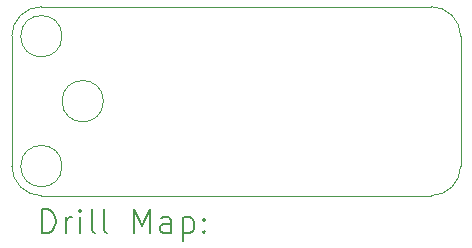
<source format=gbr>
%TF.GenerationSoftware,KiCad,Pcbnew,8.0.3*%
%TF.CreationDate,2024-07-01T09:22:26+07:00*%
%TF.ProjectId,WeatherStation,57656174-6865-4725-9374-6174696f6e2e,rev?*%
%TF.SameCoordinates,Original*%
%TF.FileFunction,Drillmap*%
%TF.FilePolarity,Positive*%
%FSLAX45Y45*%
G04 Gerber Fmt 4.5, Leading zero omitted, Abs format (unit mm)*
G04 Created by KiCad (PCBNEW 8.0.3) date 2024-07-01 09:22:26*
%MOMM*%
%LPD*%
G01*
G04 APERTURE LIST*
%ADD10C,0.100000*%
%ADD11C,0.010000*%
%ADD12C,0.200000*%
G04 APERTURE END LIST*
D10*
X19387500Y-12210000D02*
X22687480Y-12210000D01*
X22937490Y-11960000D02*
X22937490Y-10860000D01*
X22937480Y-11960000D02*
G75*
G02*
X22687480Y-12210000I-250000J0D01*
G01*
X19437500Y-10610000D02*
X19387500Y-10610000D01*
D11*
X19562500Y-11960000D02*
G75*
G02*
X19212500Y-11960000I-175000J0D01*
G01*
X19212500Y-11960000D02*
G75*
G02*
X19562500Y-11960000I175000J0D01*
G01*
D10*
X19137500Y-10860000D02*
G75*
G02*
X19387500Y-10610000I250000J0D01*
G01*
X22687490Y-10610000D02*
G75*
G02*
X22937490Y-10860000I0J-250000D01*
G01*
D11*
X19912500Y-11410000D02*
G75*
G02*
X19562500Y-11410000I-175000J0D01*
G01*
X19562500Y-11410000D02*
G75*
G02*
X19912500Y-11410000I175000J0D01*
G01*
D10*
X19387500Y-12210080D02*
G75*
G02*
X19137500Y-11960080I0J250000D01*
G01*
D11*
X19562500Y-10860000D02*
G75*
G02*
X19212500Y-10860000I-175000J0D01*
G01*
X19212500Y-10860000D02*
G75*
G02*
X19562500Y-10860000I175000J0D01*
G01*
D10*
X19137500Y-11960000D02*
X19137500Y-10860000D01*
X19437500Y-10610000D02*
X22637500Y-10610000D01*
X22687490Y-10610000D02*
X22637490Y-10610000D01*
D12*
X19393277Y-12526564D02*
X19393277Y-12326564D01*
X19393277Y-12326564D02*
X19440896Y-12326564D01*
X19440896Y-12326564D02*
X19469467Y-12336088D01*
X19469467Y-12336088D02*
X19488515Y-12355135D01*
X19488515Y-12355135D02*
X19498039Y-12374183D01*
X19498039Y-12374183D02*
X19507563Y-12412278D01*
X19507563Y-12412278D02*
X19507563Y-12440849D01*
X19507563Y-12440849D02*
X19498039Y-12478945D01*
X19498039Y-12478945D02*
X19488515Y-12497992D01*
X19488515Y-12497992D02*
X19469467Y-12517040D01*
X19469467Y-12517040D02*
X19440896Y-12526564D01*
X19440896Y-12526564D02*
X19393277Y-12526564D01*
X19593277Y-12526564D02*
X19593277Y-12393230D01*
X19593277Y-12431326D02*
X19602801Y-12412278D01*
X19602801Y-12412278D02*
X19612324Y-12402754D01*
X19612324Y-12402754D02*
X19631372Y-12393230D01*
X19631372Y-12393230D02*
X19650420Y-12393230D01*
X19717086Y-12526564D02*
X19717086Y-12393230D01*
X19717086Y-12326564D02*
X19707563Y-12336088D01*
X19707563Y-12336088D02*
X19717086Y-12345611D01*
X19717086Y-12345611D02*
X19726610Y-12336088D01*
X19726610Y-12336088D02*
X19717086Y-12326564D01*
X19717086Y-12326564D02*
X19717086Y-12345611D01*
X19840896Y-12526564D02*
X19821848Y-12517040D01*
X19821848Y-12517040D02*
X19812324Y-12497992D01*
X19812324Y-12497992D02*
X19812324Y-12326564D01*
X19945658Y-12526564D02*
X19926610Y-12517040D01*
X19926610Y-12517040D02*
X19917086Y-12497992D01*
X19917086Y-12497992D02*
X19917086Y-12326564D01*
X20174229Y-12526564D02*
X20174229Y-12326564D01*
X20174229Y-12326564D02*
X20240896Y-12469421D01*
X20240896Y-12469421D02*
X20307563Y-12326564D01*
X20307563Y-12326564D02*
X20307563Y-12526564D01*
X20488515Y-12526564D02*
X20488515Y-12421802D01*
X20488515Y-12421802D02*
X20478991Y-12402754D01*
X20478991Y-12402754D02*
X20459944Y-12393230D01*
X20459944Y-12393230D02*
X20421848Y-12393230D01*
X20421848Y-12393230D02*
X20402801Y-12402754D01*
X20488515Y-12517040D02*
X20469467Y-12526564D01*
X20469467Y-12526564D02*
X20421848Y-12526564D01*
X20421848Y-12526564D02*
X20402801Y-12517040D01*
X20402801Y-12517040D02*
X20393277Y-12497992D01*
X20393277Y-12497992D02*
X20393277Y-12478945D01*
X20393277Y-12478945D02*
X20402801Y-12459897D01*
X20402801Y-12459897D02*
X20421848Y-12450373D01*
X20421848Y-12450373D02*
X20469467Y-12450373D01*
X20469467Y-12450373D02*
X20488515Y-12440849D01*
X20583753Y-12393230D02*
X20583753Y-12593230D01*
X20583753Y-12402754D02*
X20602801Y-12393230D01*
X20602801Y-12393230D02*
X20640896Y-12393230D01*
X20640896Y-12393230D02*
X20659944Y-12402754D01*
X20659944Y-12402754D02*
X20669467Y-12412278D01*
X20669467Y-12412278D02*
X20678991Y-12431326D01*
X20678991Y-12431326D02*
X20678991Y-12488468D01*
X20678991Y-12488468D02*
X20669467Y-12507516D01*
X20669467Y-12507516D02*
X20659944Y-12517040D01*
X20659944Y-12517040D02*
X20640896Y-12526564D01*
X20640896Y-12526564D02*
X20602801Y-12526564D01*
X20602801Y-12526564D02*
X20583753Y-12517040D01*
X20764705Y-12507516D02*
X20774229Y-12517040D01*
X20774229Y-12517040D02*
X20764705Y-12526564D01*
X20764705Y-12526564D02*
X20755182Y-12517040D01*
X20755182Y-12517040D02*
X20764705Y-12507516D01*
X20764705Y-12507516D02*
X20764705Y-12526564D01*
X20764705Y-12402754D02*
X20774229Y-12412278D01*
X20774229Y-12412278D02*
X20764705Y-12421802D01*
X20764705Y-12421802D02*
X20755182Y-12412278D01*
X20755182Y-12412278D02*
X20764705Y-12402754D01*
X20764705Y-12402754D02*
X20764705Y-12421802D01*
M02*

</source>
